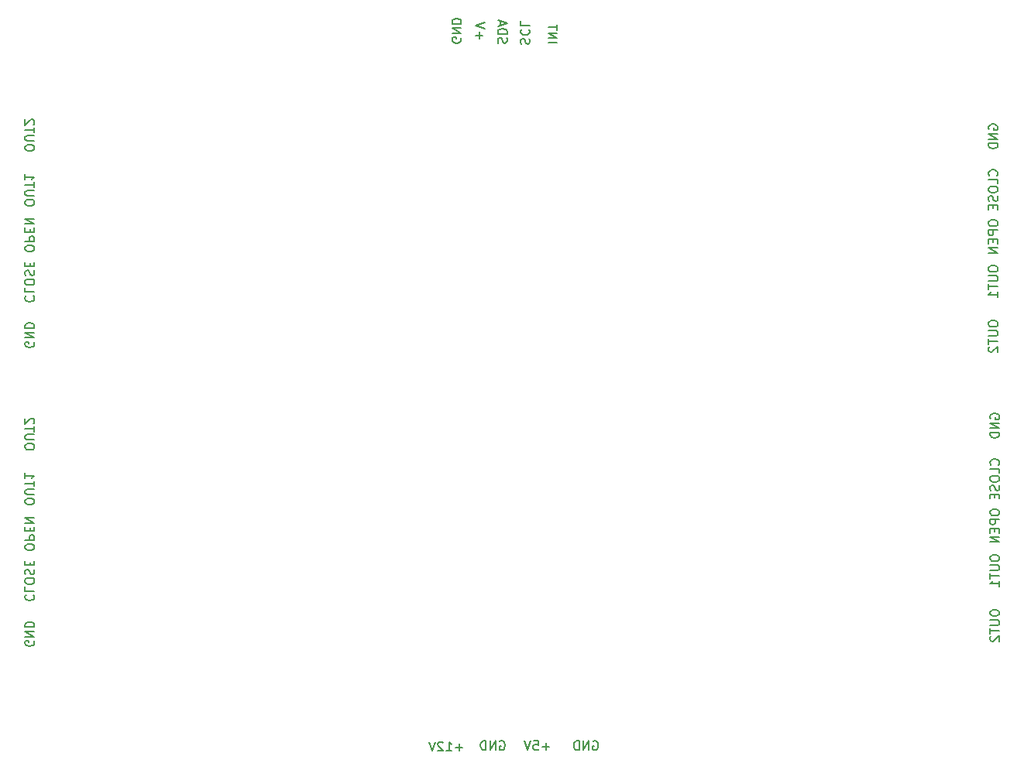
<source format=gbr>
%TF.GenerationSoftware,KiCad,Pcbnew,7.0.5*%
%TF.CreationDate,2023-11-11T15:26:14-08:00*%
%TF.ProjectId,ValveServoI2C,56616c76-6553-4657-9276-6f4932432e6b,rev?*%
%TF.SameCoordinates,Original*%
%TF.FileFunction,Legend,Bot*%
%TF.FilePolarity,Positive*%
%FSLAX46Y46*%
G04 Gerber Fmt 4.6, Leading zero omitted, Abs format (unit mm)*
G04 Created by KiCad (PCBNEW 7.0.5) date 2023-11-11 15:26:14*
%MOMM*%
%LPD*%
G01*
G04 APERTURE LIST*
%ADD10C,0.150000*%
G04 APERTURE END LIST*
D10*
X120039411Y-131317438D02*
X120134649Y-131269819D01*
X120134649Y-131269819D02*
X120277506Y-131269819D01*
X120277506Y-131269819D02*
X120420363Y-131317438D01*
X120420363Y-131317438D02*
X120515601Y-131412676D01*
X120515601Y-131412676D02*
X120563220Y-131507914D01*
X120563220Y-131507914D02*
X120610839Y-131698390D01*
X120610839Y-131698390D02*
X120610839Y-131841247D01*
X120610839Y-131841247D02*
X120563220Y-132031723D01*
X120563220Y-132031723D02*
X120515601Y-132126961D01*
X120515601Y-132126961D02*
X120420363Y-132222200D01*
X120420363Y-132222200D02*
X120277506Y-132269819D01*
X120277506Y-132269819D02*
X120182268Y-132269819D01*
X120182268Y-132269819D02*
X120039411Y-132222200D01*
X120039411Y-132222200D02*
X119991792Y-132174580D01*
X119991792Y-132174580D02*
X119991792Y-131841247D01*
X119991792Y-131841247D02*
X120182268Y-131841247D01*
X119563220Y-132269819D02*
X119563220Y-131269819D01*
X119563220Y-131269819D02*
X118991792Y-132269819D01*
X118991792Y-132269819D02*
X118991792Y-131269819D01*
X118515601Y-132269819D02*
X118515601Y-131269819D01*
X118515601Y-131269819D02*
X118277506Y-131269819D01*
X118277506Y-131269819D02*
X118134649Y-131317438D01*
X118134649Y-131317438D02*
X118039411Y-131412676D01*
X118039411Y-131412676D02*
X117991792Y-131507914D01*
X117991792Y-131507914D02*
X117944173Y-131698390D01*
X117944173Y-131698390D02*
X117944173Y-131841247D01*
X117944173Y-131841247D02*
X117991792Y-132031723D01*
X117991792Y-132031723D02*
X118039411Y-132126961D01*
X118039411Y-132126961D02*
X118134649Y-132222200D01*
X118134649Y-132222200D02*
X118277506Y-132269819D01*
X118277506Y-132269819D02*
X118515601Y-132269819D01*
X105763220Y-131988866D02*
X105001316Y-131988866D01*
X105382268Y-132369819D02*
X105382268Y-131607914D01*
X104001316Y-132369819D02*
X104572744Y-132369819D01*
X104287030Y-132369819D02*
X104287030Y-131369819D01*
X104287030Y-131369819D02*
X104382268Y-131512676D01*
X104382268Y-131512676D02*
X104477506Y-131607914D01*
X104477506Y-131607914D02*
X104572744Y-131655533D01*
X103620363Y-131465057D02*
X103572744Y-131417438D01*
X103572744Y-131417438D02*
X103477506Y-131369819D01*
X103477506Y-131369819D02*
X103239411Y-131369819D01*
X103239411Y-131369819D02*
X103144173Y-131417438D01*
X103144173Y-131417438D02*
X103096554Y-131465057D01*
X103096554Y-131465057D02*
X103048935Y-131560295D01*
X103048935Y-131560295D02*
X103048935Y-131655533D01*
X103048935Y-131655533D02*
X103096554Y-131798390D01*
X103096554Y-131798390D02*
X103667982Y-132369819D01*
X103667982Y-132369819D02*
X103048935Y-132369819D01*
X102763220Y-131369819D02*
X102429887Y-132369819D01*
X102429887Y-132369819D02*
X102096554Y-131369819D01*
X115263220Y-131888866D02*
X114501316Y-131888866D01*
X114882268Y-132269819D02*
X114882268Y-131507914D01*
X113548935Y-131269819D02*
X114025125Y-131269819D01*
X114025125Y-131269819D02*
X114072744Y-131746009D01*
X114072744Y-131746009D02*
X114025125Y-131698390D01*
X114025125Y-131698390D02*
X113929887Y-131650771D01*
X113929887Y-131650771D02*
X113691792Y-131650771D01*
X113691792Y-131650771D02*
X113596554Y-131698390D01*
X113596554Y-131698390D02*
X113548935Y-131746009D01*
X113548935Y-131746009D02*
X113501316Y-131841247D01*
X113501316Y-131841247D02*
X113501316Y-132079342D01*
X113501316Y-132079342D02*
X113548935Y-132174580D01*
X113548935Y-132174580D02*
X113596554Y-132222200D01*
X113596554Y-132222200D02*
X113691792Y-132269819D01*
X113691792Y-132269819D02*
X113929887Y-132269819D01*
X113929887Y-132269819D02*
X114025125Y-132222200D01*
X114025125Y-132222200D02*
X114072744Y-132174580D01*
X113215601Y-131269819D02*
X112882268Y-132269819D01*
X112882268Y-132269819D02*
X112548935Y-131269819D01*
X109839411Y-131317438D02*
X109934649Y-131269819D01*
X109934649Y-131269819D02*
X110077506Y-131269819D01*
X110077506Y-131269819D02*
X110220363Y-131317438D01*
X110220363Y-131317438D02*
X110315601Y-131412676D01*
X110315601Y-131412676D02*
X110363220Y-131507914D01*
X110363220Y-131507914D02*
X110410839Y-131698390D01*
X110410839Y-131698390D02*
X110410839Y-131841247D01*
X110410839Y-131841247D02*
X110363220Y-132031723D01*
X110363220Y-132031723D02*
X110315601Y-132126961D01*
X110315601Y-132126961D02*
X110220363Y-132222200D01*
X110220363Y-132222200D02*
X110077506Y-132269819D01*
X110077506Y-132269819D02*
X109982268Y-132269819D01*
X109982268Y-132269819D02*
X109839411Y-132222200D01*
X109839411Y-132222200D02*
X109791792Y-132174580D01*
X109791792Y-132174580D02*
X109791792Y-131841247D01*
X109791792Y-131841247D02*
X109982268Y-131841247D01*
X109363220Y-132269819D02*
X109363220Y-131269819D01*
X109363220Y-131269819D02*
X108791792Y-132269819D01*
X108791792Y-132269819D02*
X108791792Y-131269819D01*
X108315601Y-132269819D02*
X108315601Y-131269819D01*
X108315601Y-131269819D02*
X108077506Y-131269819D01*
X108077506Y-131269819D02*
X107934649Y-131317438D01*
X107934649Y-131317438D02*
X107839411Y-131412676D01*
X107839411Y-131412676D02*
X107791792Y-131507914D01*
X107791792Y-131507914D02*
X107744173Y-131698390D01*
X107744173Y-131698390D02*
X107744173Y-131841247D01*
X107744173Y-131841247D02*
X107791792Y-132031723D01*
X107791792Y-132031723D02*
X107839411Y-132126961D01*
X107839411Y-132126961D02*
X107934649Y-132222200D01*
X107934649Y-132222200D02*
X108077506Y-132269819D01*
X108077506Y-132269819D02*
X108315601Y-132269819D01*
X163269819Y-74527255D02*
X163269819Y-74717731D01*
X163269819Y-74717731D02*
X163317438Y-74812969D01*
X163317438Y-74812969D02*
X163412676Y-74908207D01*
X163412676Y-74908207D02*
X163603152Y-74955826D01*
X163603152Y-74955826D02*
X163936485Y-74955826D01*
X163936485Y-74955826D02*
X164126961Y-74908207D01*
X164126961Y-74908207D02*
X164222200Y-74812969D01*
X164222200Y-74812969D02*
X164269819Y-74717731D01*
X164269819Y-74717731D02*
X164269819Y-74527255D01*
X164269819Y-74527255D02*
X164222200Y-74432017D01*
X164222200Y-74432017D02*
X164126961Y-74336779D01*
X164126961Y-74336779D02*
X163936485Y-74289160D01*
X163936485Y-74289160D02*
X163603152Y-74289160D01*
X163603152Y-74289160D02*
X163412676Y-74336779D01*
X163412676Y-74336779D02*
X163317438Y-74432017D01*
X163317438Y-74432017D02*
X163269819Y-74527255D01*
X164269819Y-75384398D02*
X163269819Y-75384398D01*
X163269819Y-75384398D02*
X163269819Y-75765350D01*
X163269819Y-75765350D02*
X163317438Y-75860588D01*
X163317438Y-75860588D02*
X163365057Y-75908207D01*
X163365057Y-75908207D02*
X163460295Y-75955826D01*
X163460295Y-75955826D02*
X163603152Y-75955826D01*
X163603152Y-75955826D02*
X163698390Y-75908207D01*
X163698390Y-75908207D02*
X163746009Y-75860588D01*
X163746009Y-75860588D02*
X163793628Y-75765350D01*
X163793628Y-75765350D02*
X163793628Y-75384398D01*
X163746009Y-76384398D02*
X163746009Y-76717731D01*
X164269819Y-76860588D02*
X164269819Y-76384398D01*
X164269819Y-76384398D02*
X163269819Y-76384398D01*
X163269819Y-76384398D02*
X163269819Y-76860588D01*
X164269819Y-77289160D02*
X163269819Y-77289160D01*
X163269819Y-77289160D02*
X164269819Y-77860588D01*
X164269819Y-77860588D02*
X163269819Y-77860588D01*
X163317438Y-64360588D02*
X163269819Y-64265350D01*
X163269819Y-64265350D02*
X163269819Y-64122493D01*
X163269819Y-64122493D02*
X163317438Y-63979636D01*
X163317438Y-63979636D02*
X163412676Y-63884398D01*
X163412676Y-63884398D02*
X163507914Y-63836779D01*
X163507914Y-63836779D02*
X163698390Y-63789160D01*
X163698390Y-63789160D02*
X163841247Y-63789160D01*
X163841247Y-63789160D02*
X164031723Y-63836779D01*
X164031723Y-63836779D02*
X164126961Y-63884398D01*
X164126961Y-63884398D02*
X164222200Y-63979636D01*
X164222200Y-63979636D02*
X164269819Y-64122493D01*
X164269819Y-64122493D02*
X164269819Y-64217731D01*
X164269819Y-64217731D02*
X164222200Y-64360588D01*
X164222200Y-64360588D02*
X164174580Y-64408207D01*
X164174580Y-64408207D02*
X163841247Y-64408207D01*
X163841247Y-64408207D02*
X163841247Y-64217731D01*
X164269819Y-64836779D02*
X163269819Y-64836779D01*
X163269819Y-64836779D02*
X164269819Y-65408207D01*
X164269819Y-65408207D02*
X163269819Y-65408207D01*
X164269819Y-65884398D02*
X163269819Y-65884398D01*
X163269819Y-65884398D02*
X163269819Y-66122493D01*
X163269819Y-66122493D02*
X163317438Y-66265350D01*
X163317438Y-66265350D02*
X163412676Y-66360588D01*
X163412676Y-66360588D02*
X163507914Y-66408207D01*
X163507914Y-66408207D02*
X163698390Y-66455826D01*
X163698390Y-66455826D02*
X163841247Y-66455826D01*
X163841247Y-66455826D02*
X164031723Y-66408207D01*
X164031723Y-66408207D02*
X164126961Y-66360588D01*
X164126961Y-66360588D02*
X164222200Y-66265350D01*
X164222200Y-66265350D02*
X164269819Y-66122493D01*
X164269819Y-66122493D02*
X164269819Y-65884398D01*
X163269819Y-85527255D02*
X163269819Y-85717731D01*
X163269819Y-85717731D02*
X163317438Y-85812969D01*
X163317438Y-85812969D02*
X163412676Y-85908207D01*
X163412676Y-85908207D02*
X163603152Y-85955826D01*
X163603152Y-85955826D02*
X163936485Y-85955826D01*
X163936485Y-85955826D02*
X164126961Y-85908207D01*
X164126961Y-85908207D02*
X164222200Y-85812969D01*
X164222200Y-85812969D02*
X164269819Y-85717731D01*
X164269819Y-85717731D02*
X164269819Y-85527255D01*
X164269819Y-85527255D02*
X164222200Y-85432017D01*
X164222200Y-85432017D02*
X164126961Y-85336779D01*
X164126961Y-85336779D02*
X163936485Y-85289160D01*
X163936485Y-85289160D02*
X163603152Y-85289160D01*
X163603152Y-85289160D02*
X163412676Y-85336779D01*
X163412676Y-85336779D02*
X163317438Y-85432017D01*
X163317438Y-85432017D02*
X163269819Y-85527255D01*
X163269819Y-86384398D02*
X164079342Y-86384398D01*
X164079342Y-86384398D02*
X164174580Y-86432017D01*
X164174580Y-86432017D02*
X164222200Y-86479636D01*
X164222200Y-86479636D02*
X164269819Y-86574874D01*
X164269819Y-86574874D02*
X164269819Y-86765350D01*
X164269819Y-86765350D02*
X164222200Y-86860588D01*
X164222200Y-86860588D02*
X164174580Y-86908207D01*
X164174580Y-86908207D02*
X164079342Y-86955826D01*
X164079342Y-86955826D02*
X163269819Y-86955826D01*
X163269819Y-87289160D02*
X163269819Y-87860588D01*
X164269819Y-87574874D02*
X163269819Y-87574874D01*
X163365057Y-88146303D02*
X163317438Y-88193922D01*
X163317438Y-88193922D02*
X163269819Y-88289160D01*
X163269819Y-88289160D02*
X163269819Y-88527255D01*
X163269819Y-88527255D02*
X163317438Y-88622493D01*
X163317438Y-88622493D02*
X163365057Y-88670112D01*
X163365057Y-88670112D02*
X163460295Y-88717731D01*
X163460295Y-88717731D02*
X163555533Y-88717731D01*
X163555533Y-88717731D02*
X163698390Y-88670112D01*
X163698390Y-88670112D02*
X164269819Y-88098684D01*
X164269819Y-88098684D02*
X164269819Y-88717731D01*
X163269819Y-79527255D02*
X163269819Y-79717731D01*
X163269819Y-79717731D02*
X163317438Y-79812969D01*
X163317438Y-79812969D02*
X163412676Y-79908207D01*
X163412676Y-79908207D02*
X163603152Y-79955826D01*
X163603152Y-79955826D02*
X163936485Y-79955826D01*
X163936485Y-79955826D02*
X164126961Y-79908207D01*
X164126961Y-79908207D02*
X164222200Y-79812969D01*
X164222200Y-79812969D02*
X164269819Y-79717731D01*
X164269819Y-79717731D02*
X164269819Y-79527255D01*
X164269819Y-79527255D02*
X164222200Y-79432017D01*
X164222200Y-79432017D02*
X164126961Y-79336779D01*
X164126961Y-79336779D02*
X163936485Y-79289160D01*
X163936485Y-79289160D02*
X163603152Y-79289160D01*
X163603152Y-79289160D02*
X163412676Y-79336779D01*
X163412676Y-79336779D02*
X163317438Y-79432017D01*
X163317438Y-79432017D02*
X163269819Y-79527255D01*
X163269819Y-80384398D02*
X164079342Y-80384398D01*
X164079342Y-80384398D02*
X164174580Y-80432017D01*
X164174580Y-80432017D02*
X164222200Y-80479636D01*
X164222200Y-80479636D02*
X164269819Y-80574874D01*
X164269819Y-80574874D02*
X164269819Y-80765350D01*
X164269819Y-80765350D02*
X164222200Y-80860588D01*
X164222200Y-80860588D02*
X164174580Y-80908207D01*
X164174580Y-80908207D02*
X164079342Y-80955826D01*
X164079342Y-80955826D02*
X163269819Y-80955826D01*
X163269819Y-81289160D02*
X163269819Y-81860588D01*
X164269819Y-81574874D02*
X163269819Y-81574874D01*
X164269819Y-82717731D02*
X164269819Y-82146303D01*
X164269819Y-82432017D02*
X163269819Y-82432017D01*
X163269819Y-82432017D02*
X163412676Y-82336779D01*
X163412676Y-82336779D02*
X163507914Y-82241541D01*
X163507914Y-82241541D02*
X163555533Y-82146303D01*
X164174580Y-69408207D02*
X164222200Y-69360588D01*
X164222200Y-69360588D02*
X164269819Y-69217731D01*
X164269819Y-69217731D02*
X164269819Y-69122493D01*
X164269819Y-69122493D02*
X164222200Y-68979636D01*
X164222200Y-68979636D02*
X164126961Y-68884398D01*
X164126961Y-68884398D02*
X164031723Y-68836779D01*
X164031723Y-68836779D02*
X163841247Y-68789160D01*
X163841247Y-68789160D02*
X163698390Y-68789160D01*
X163698390Y-68789160D02*
X163507914Y-68836779D01*
X163507914Y-68836779D02*
X163412676Y-68884398D01*
X163412676Y-68884398D02*
X163317438Y-68979636D01*
X163317438Y-68979636D02*
X163269819Y-69122493D01*
X163269819Y-69122493D02*
X163269819Y-69217731D01*
X163269819Y-69217731D02*
X163317438Y-69360588D01*
X163317438Y-69360588D02*
X163365057Y-69408207D01*
X164269819Y-70312969D02*
X164269819Y-69836779D01*
X164269819Y-69836779D02*
X163269819Y-69836779D01*
X163269819Y-70836779D02*
X163269819Y-71027255D01*
X163269819Y-71027255D02*
X163317438Y-71122493D01*
X163317438Y-71122493D02*
X163412676Y-71217731D01*
X163412676Y-71217731D02*
X163603152Y-71265350D01*
X163603152Y-71265350D02*
X163936485Y-71265350D01*
X163936485Y-71265350D02*
X164126961Y-71217731D01*
X164126961Y-71217731D02*
X164222200Y-71122493D01*
X164222200Y-71122493D02*
X164269819Y-71027255D01*
X164269819Y-71027255D02*
X164269819Y-70836779D01*
X164269819Y-70836779D02*
X164222200Y-70741541D01*
X164222200Y-70741541D02*
X164126961Y-70646303D01*
X164126961Y-70646303D02*
X163936485Y-70598684D01*
X163936485Y-70598684D02*
X163603152Y-70598684D01*
X163603152Y-70598684D02*
X163412676Y-70646303D01*
X163412676Y-70646303D02*
X163317438Y-70741541D01*
X163317438Y-70741541D02*
X163269819Y-70836779D01*
X164222200Y-71646303D02*
X164269819Y-71789160D01*
X164269819Y-71789160D02*
X164269819Y-72027255D01*
X164269819Y-72027255D02*
X164222200Y-72122493D01*
X164222200Y-72122493D02*
X164174580Y-72170112D01*
X164174580Y-72170112D02*
X164079342Y-72217731D01*
X164079342Y-72217731D02*
X163984104Y-72217731D01*
X163984104Y-72217731D02*
X163888866Y-72170112D01*
X163888866Y-72170112D02*
X163841247Y-72122493D01*
X163841247Y-72122493D02*
X163793628Y-72027255D01*
X163793628Y-72027255D02*
X163746009Y-71836779D01*
X163746009Y-71836779D02*
X163698390Y-71741541D01*
X163698390Y-71741541D02*
X163650771Y-71693922D01*
X163650771Y-71693922D02*
X163555533Y-71646303D01*
X163555533Y-71646303D02*
X163460295Y-71646303D01*
X163460295Y-71646303D02*
X163365057Y-71693922D01*
X163365057Y-71693922D02*
X163317438Y-71741541D01*
X163317438Y-71741541D02*
X163269819Y-71836779D01*
X163269819Y-71836779D02*
X163269819Y-72074874D01*
X163269819Y-72074874D02*
X163317438Y-72217731D01*
X163746009Y-72646303D02*
X163746009Y-72979636D01*
X164269819Y-73122493D02*
X164269819Y-72646303D01*
X164269819Y-72646303D02*
X163269819Y-72646303D01*
X163269819Y-72646303D02*
X163269819Y-73122493D01*
X164349580Y-101058207D02*
X164397200Y-101010588D01*
X164397200Y-101010588D02*
X164444819Y-100867731D01*
X164444819Y-100867731D02*
X164444819Y-100772493D01*
X164444819Y-100772493D02*
X164397200Y-100629636D01*
X164397200Y-100629636D02*
X164301961Y-100534398D01*
X164301961Y-100534398D02*
X164206723Y-100486779D01*
X164206723Y-100486779D02*
X164016247Y-100439160D01*
X164016247Y-100439160D02*
X163873390Y-100439160D01*
X163873390Y-100439160D02*
X163682914Y-100486779D01*
X163682914Y-100486779D02*
X163587676Y-100534398D01*
X163587676Y-100534398D02*
X163492438Y-100629636D01*
X163492438Y-100629636D02*
X163444819Y-100772493D01*
X163444819Y-100772493D02*
X163444819Y-100867731D01*
X163444819Y-100867731D02*
X163492438Y-101010588D01*
X163492438Y-101010588D02*
X163540057Y-101058207D01*
X164444819Y-101962969D02*
X164444819Y-101486779D01*
X164444819Y-101486779D02*
X163444819Y-101486779D01*
X163444819Y-102486779D02*
X163444819Y-102677255D01*
X163444819Y-102677255D02*
X163492438Y-102772493D01*
X163492438Y-102772493D02*
X163587676Y-102867731D01*
X163587676Y-102867731D02*
X163778152Y-102915350D01*
X163778152Y-102915350D02*
X164111485Y-102915350D01*
X164111485Y-102915350D02*
X164301961Y-102867731D01*
X164301961Y-102867731D02*
X164397200Y-102772493D01*
X164397200Y-102772493D02*
X164444819Y-102677255D01*
X164444819Y-102677255D02*
X164444819Y-102486779D01*
X164444819Y-102486779D02*
X164397200Y-102391541D01*
X164397200Y-102391541D02*
X164301961Y-102296303D01*
X164301961Y-102296303D02*
X164111485Y-102248684D01*
X164111485Y-102248684D02*
X163778152Y-102248684D01*
X163778152Y-102248684D02*
X163587676Y-102296303D01*
X163587676Y-102296303D02*
X163492438Y-102391541D01*
X163492438Y-102391541D02*
X163444819Y-102486779D01*
X164397200Y-103296303D02*
X164444819Y-103439160D01*
X164444819Y-103439160D02*
X164444819Y-103677255D01*
X164444819Y-103677255D02*
X164397200Y-103772493D01*
X164397200Y-103772493D02*
X164349580Y-103820112D01*
X164349580Y-103820112D02*
X164254342Y-103867731D01*
X164254342Y-103867731D02*
X164159104Y-103867731D01*
X164159104Y-103867731D02*
X164063866Y-103820112D01*
X164063866Y-103820112D02*
X164016247Y-103772493D01*
X164016247Y-103772493D02*
X163968628Y-103677255D01*
X163968628Y-103677255D02*
X163921009Y-103486779D01*
X163921009Y-103486779D02*
X163873390Y-103391541D01*
X163873390Y-103391541D02*
X163825771Y-103343922D01*
X163825771Y-103343922D02*
X163730533Y-103296303D01*
X163730533Y-103296303D02*
X163635295Y-103296303D01*
X163635295Y-103296303D02*
X163540057Y-103343922D01*
X163540057Y-103343922D02*
X163492438Y-103391541D01*
X163492438Y-103391541D02*
X163444819Y-103486779D01*
X163444819Y-103486779D02*
X163444819Y-103724874D01*
X163444819Y-103724874D02*
X163492438Y-103867731D01*
X163921009Y-104296303D02*
X163921009Y-104629636D01*
X164444819Y-104772493D02*
X164444819Y-104296303D01*
X164444819Y-104296303D02*
X163444819Y-104296303D01*
X163444819Y-104296303D02*
X163444819Y-104772493D01*
X163444819Y-106177255D02*
X163444819Y-106367731D01*
X163444819Y-106367731D02*
X163492438Y-106462969D01*
X163492438Y-106462969D02*
X163587676Y-106558207D01*
X163587676Y-106558207D02*
X163778152Y-106605826D01*
X163778152Y-106605826D02*
X164111485Y-106605826D01*
X164111485Y-106605826D02*
X164301961Y-106558207D01*
X164301961Y-106558207D02*
X164397200Y-106462969D01*
X164397200Y-106462969D02*
X164444819Y-106367731D01*
X164444819Y-106367731D02*
X164444819Y-106177255D01*
X164444819Y-106177255D02*
X164397200Y-106082017D01*
X164397200Y-106082017D02*
X164301961Y-105986779D01*
X164301961Y-105986779D02*
X164111485Y-105939160D01*
X164111485Y-105939160D02*
X163778152Y-105939160D01*
X163778152Y-105939160D02*
X163587676Y-105986779D01*
X163587676Y-105986779D02*
X163492438Y-106082017D01*
X163492438Y-106082017D02*
X163444819Y-106177255D01*
X164444819Y-107034398D02*
X163444819Y-107034398D01*
X163444819Y-107034398D02*
X163444819Y-107415350D01*
X163444819Y-107415350D02*
X163492438Y-107510588D01*
X163492438Y-107510588D02*
X163540057Y-107558207D01*
X163540057Y-107558207D02*
X163635295Y-107605826D01*
X163635295Y-107605826D02*
X163778152Y-107605826D01*
X163778152Y-107605826D02*
X163873390Y-107558207D01*
X163873390Y-107558207D02*
X163921009Y-107510588D01*
X163921009Y-107510588D02*
X163968628Y-107415350D01*
X163968628Y-107415350D02*
X163968628Y-107034398D01*
X163921009Y-108034398D02*
X163921009Y-108367731D01*
X164444819Y-108510588D02*
X164444819Y-108034398D01*
X164444819Y-108034398D02*
X163444819Y-108034398D01*
X163444819Y-108034398D02*
X163444819Y-108510588D01*
X164444819Y-108939160D02*
X163444819Y-108939160D01*
X163444819Y-108939160D02*
X164444819Y-109510588D01*
X164444819Y-109510588D02*
X163444819Y-109510588D01*
X163444819Y-111177255D02*
X163444819Y-111367731D01*
X163444819Y-111367731D02*
X163492438Y-111462969D01*
X163492438Y-111462969D02*
X163587676Y-111558207D01*
X163587676Y-111558207D02*
X163778152Y-111605826D01*
X163778152Y-111605826D02*
X164111485Y-111605826D01*
X164111485Y-111605826D02*
X164301961Y-111558207D01*
X164301961Y-111558207D02*
X164397200Y-111462969D01*
X164397200Y-111462969D02*
X164444819Y-111367731D01*
X164444819Y-111367731D02*
X164444819Y-111177255D01*
X164444819Y-111177255D02*
X164397200Y-111082017D01*
X164397200Y-111082017D02*
X164301961Y-110986779D01*
X164301961Y-110986779D02*
X164111485Y-110939160D01*
X164111485Y-110939160D02*
X163778152Y-110939160D01*
X163778152Y-110939160D02*
X163587676Y-110986779D01*
X163587676Y-110986779D02*
X163492438Y-111082017D01*
X163492438Y-111082017D02*
X163444819Y-111177255D01*
X163444819Y-112034398D02*
X164254342Y-112034398D01*
X164254342Y-112034398D02*
X164349580Y-112082017D01*
X164349580Y-112082017D02*
X164397200Y-112129636D01*
X164397200Y-112129636D02*
X164444819Y-112224874D01*
X164444819Y-112224874D02*
X164444819Y-112415350D01*
X164444819Y-112415350D02*
X164397200Y-112510588D01*
X164397200Y-112510588D02*
X164349580Y-112558207D01*
X164349580Y-112558207D02*
X164254342Y-112605826D01*
X164254342Y-112605826D02*
X163444819Y-112605826D01*
X163444819Y-112939160D02*
X163444819Y-113510588D01*
X164444819Y-113224874D02*
X163444819Y-113224874D01*
X164444819Y-114367731D02*
X164444819Y-113796303D01*
X164444819Y-114082017D02*
X163444819Y-114082017D01*
X163444819Y-114082017D02*
X163587676Y-113986779D01*
X163587676Y-113986779D02*
X163682914Y-113891541D01*
X163682914Y-113891541D02*
X163730533Y-113796303D01*
X163492438Y-96010588D02*
X163444819Y-95915350D01*
X163444819Y-95915350D02*
X163444819Y-95772493D01*
X163444819Y-95772493D02*
X163492438Y-95629636D01*
X163492438Y-95629636D02*
X163587676Y-95534398D01*
X163587676Y-95534398D02*
X163682914Y-95486779D01*
X163682914Y-95486779D02*
X163873390Y-95439160D01*
X163873390Y-95439160D02*
X164016247Y-95439160D01*
X164016247Y-95439160D02*
X164206723Y-95486779D01*
X164206723Y-95486779D02*
X164301961Y-95534398D01*
X164301961Y-95534398D02*
X164397200Y-95629636D01*
X164397200Y-95629636D02*
X164444819Y-95772493D01*
X164444819Y-95772493D02*
X164444819Y-95867731D01*
X164444819Y-95867731D02*
X164397200Y-96010588D01*
X164397200Y-96010588D02*
X164349580Y-96058207D01*
X164349580Y-96058207D02*
X164016247Y-96058207D01*
X164016247Y-96058207D02*
X164016247Y-95867731D01*
X164444819Y-96486779D02*
X163444819Y-96486779D01*
X163444819Y-96486779D02*
X164444819Y-97058207D01*
X164444819Y-97058207D02*
X163444819Y-97058207D01*
X164444819Y-97534398D02*
X163444819Y-97534398D01*
X163444819Y-97534398D02*
X163444819Y-97772493D01*
X163444819Y-97772493D02*
X163492438Y-97915350D01*
X163492438Y-97915350D02*
X163587676Y-98010588D01*
X163587676Y-98010588D02*
X163682914Y-98058207D01*
X163682914Y-98058207D02*
X163873390Y-98105826D01*
X163873390Y-98105826D02*
X164016247Y-98105826D01*
X164016247Y-98105826D02*
X164206723Y-98058207D01*
X164206723Y-98058207D02*
X164301961Y-98010588D01*
X164301961Y-98010588D02*
X164397200Y-97915350D01*
X164397200Y-97915350D02*
X164444819Y-97772493D01*
X164444819Y-97772493D02*
X164444819Y-97534398D01*
X163444819Y-117177255D02*
X163444819Y-117367731D01*
X163444819Y-117367731D02*
X163492438Y-117462969D01*
X163492438Y-117462969D02*
X163587676Y-117558207D01*
X163587676Y-117558207D02*
X163778152Y-117605826D01*
X163778152Y-117605826D02*
X164111485Y-117605826D01*
X164111485Y-117605826D02*
X164301961Y-117558207D01*
X164301961Y-117558207D02*
X164397200Y-117462969D01*
X164397200Y-117462969D02*
X164444819Y-117367731D01*
X164444819Y-117367731D02*
X164444819Y-117177255D01*
X164444819Y-117177255D02*
X164397200Y-117082017D01*
X164397200Y-117082017D02*
X164301961Y-116986779D01*
X164301961Y-116986779D02*
X164111485Y-116939160D01*
X164111485Y-116939160D02*
X163778152Y-116939160D01*
X163778152Y-116939160D02*
X163587676Y-116986779D01*
X163587676Y-116986779D02*
X163492438Y-117082017D01*
X163492438Y-117082017D02*
X163444819Y-117177255D01*
X163444819Y-118034398D02*
X164254342Y-118034398D01*
X164254342Y-118034398D02*
X164349580Y-118082017D01*
X164349580Y-118082017D02*
X164397200Y-118129636D01*
X164397200Y-118129636D02*
X164444819Y-118224874D01*
X164444819Y-118224874D02*
X164444819Y-118415350D01*
X164444819Y-118415350D02*
X164397200Y-118510588D01*
X164397200Y-118510588D02*
X164349580Y-118558207D01*
X164349580Y-118558207D02*
X164254342Y-118605826D01*
X164254342Y-118605826D02*
X163444819Y-118605826D01*
X163444819Y-118939160D02*
X163444819Y-119510588D01*
X164444819Y-119224874D02*
X163444819Y-119224874D01*
X163540057Y-119796303D02*
X163492438Y-119843922D01*
X163492438Y-119843922D02*
X163444819Y-119939160D01*
X163444819Y-119939160D02*
X163444819Y-120177255D01*
X163444819Y-120177255D02*
X163492438Y-120272493D01*
X163492438Y-120272493D02*
X163540057Y-120320112D01*
X163540057Y-120320112D02*
X163635295Y-120367731D01*
X163635295Y-120367731D02*
X163730533Y-120367731D01*
X163730533Y-120367731D02*
X163873390Y-120320112D01*
X163873390Y-120320112D02*
X164444819Y-119748684D01*
X164444819Y-119748684D02*
X164444819Y-120367731D01*
X58955180Y-105172744D02*
X58955180Y-104982268D01*
X58955180Y-104982268D02*
X58907561Y-104887030D01*
X58907561Y-104887030D02*
X58812323Y-104791792D01*
X58812323Y-104791792D02*
X58621847Y-104744173D01*
X58621847Y-104744173D02*
X58288514Y-104744173D01*
X58288514Y-104744173D02*
X58098038Y-104791792D01*
X58098038Y-104791792D02*
X58002800Y-104887030D01*
X58002800Y-104887030D02*
X57955180Y-104982268D01*
X57955180Y-104982268D02*
X57955180Y-105172744D01*
X57955180Y-105172744D02*
X58002800Y-105267982D01*
X58002800Y-105267982D02*
X58098038Y-105363220D01*
X58098038Y-105363220D02*
X58288514Y-105410839D01*
X58288514Y-105410839D02*
X58621847Y-105410839D01*
X58621847Y-105410839D02*
X58812323Y-105363220D01*
X58812323Y-105363220D02*
X58907561Y-105267982D01*
X58907561Y-105267982D02*
X58955180Y-105172744D01*
X58955180Y-104315601D02*
X58145657Y-104315601D01*
X58145657Y-104315601D02*
X58050419Y-104267982D01*
X58050419Y-104267982D02*
X58002800Y-104220363D01*
X58002800Y-104220363D02*
X57955180Y-104125125D01*
X57955180Y-104125125D02*
X57955180Y-103934649D01*
X57955180Y-103934649D02*
X58002800Y-103839411D01*
X58002800Y-103839411D02*
X58050419Y-103791792D01*
X58050419Y-103791792D02*
X58145657Y-103744173D01*
X58145657Y-103744173D02*
X58955180Y-103744173D01*
X58955180Y-103410839D02*
X58955180Y-102839411D01*
X57955180Y-103125125D02*
X58955180Y-103125125D01*
X57955180Y-101982268D02*
X57955180Y-102553696D01*
X57955180Y-102267982D02*
X58955180Y-102267982D01*
X58955180Y-102267982D02*
X58812323Y-102363220D01*
X58812323Y-102363220D02*
X58717085Y-102458458D01*
X58717085Y-102458458D02*
X58669466Y-102553696D01*
X58050419Y-115291792D02*
X58002800Y-115339411D01*
X58002800Y-115339411D02*
X57955180Y-115482268D01*
X57955180Y-115482268D02*
X57955180Y-115577506D01*
X57955180Y-115577506D02*
X58002800Y-115720363D01*
X58002800Y-115720363D02*
X58098038Y-115815601D01*
X58098038Y-115815601D02*
X58193276Y-115863220D01*
X58193276Y-115863220D02*
X58383752Y-115910839D01*
X58383752Y-115910839D02*
X58526609Y-115910839D01*
X58526609Y-115910839D02*
X58717085Y-115863220D01*
X58717085Y-115863220D02*
X58812323Y-115815601D01*
X58812323Y-115815601D02*
X58907561Y-115720363D01*
X58907561Y-115720363D02*
X58955180Y-115577506D01*
X58955180Y-115577506D02*
X58955180Y-115482268D01*
X58955180Y-115482268D02*
X58907561Y-115339411D01*
X58907561Y-115339411D02*
X58859942Y-115291792D01*
X57955180Y-114387030D02*
X57955180Y-114863220D01*
X57955180Y-114863220D02*
X58955180Y-114863220D01*
X58955180Y-113863220D02*
X58955180Y-113672744D01*
X58955180Y-113672744D02*
X58907561Y-113577506D01*
X58907561Y-113577506D02*
X58812323Y-113482268D01*
X58812323Y-113482268D02*
X58621847Y-113434649D01*
X58621847Y-113434649D02*
X58288514Y-113434649D01*
X58288514Y-113434649D02*
X58098038Y-113482268D01*
X58098038Y-113482268D02*
X58002800Y-113577506D01*
X58002800Y-113577506D02*
X57955180Y-113672744D01*
X57955180Y-113672744D02*
X57955180Y-113863220D01*
X57955180Y-113863220D02*
X58002800Y-113958458D01*
X58002800Y-113958458D02*
X58098038Y-114053696D01*
X58098038Y-114053696D02*
X58288514Y-114101315D01*
X58288514Y-114101315D02*
X58621847Y-114101315D01*
X58621847Y-114101315D02*
X58812323Y-114053696D01*
X58812323Y-114053696D02*
X58907561Y-113958458D01*
X58907561Y-113958458D02*
X58955180Y-113863220D01*
X58002800Y-113053696D02*
X57955180Y-112910839D01*
X57955180Y-112910839D02*
X57955180Y-112672744D01*
X57955180Y-112672744D02*
X58002800Y-112577506D01*
X58002800Y-112577506D02*
X58050419Y-112529887D01*
X58050419Y-112529887D02*
X58145657Y-112482268D01*
X58145657Y-112482268D02*
X58240895Y-112482268D01*
X58240895Y-112482268D02*
X58336133Y-112529887D01*
X58336133Y-112529887D02*
X58383752Y-112577506D01*
X58383752Y-112577506D02*
X58431371Y-112672744D01*
X58431371Y-112672744D02*
X58478990Y-112863220D01*
X58478990Y-112863220D02*
X58526609Y-112958458D01*
X58526609Y-112958458D02*
X58574228Y-113006077D01*
X58574228Y-113006077D02*
X58669466Y-113053696D01*
X58669466Y-113053696D02*
X58764704Y-113053696D01*
X58764704Y-113053696D02*
X58859942Y-113006077D01*
X58859942Y-113006077D02*
X58907561Y-112958458D01*
X58907561Y-112958458D02*
X58955180Y-112863220D01*
X58955180Y-112863220D02*
X58955180Y-112625125D01*
X58955180Y-112625125D02*
X58907561Y-112482268D01*
X58478990Y-112053696D02*
X58478990Y-111720363D01*
X57955180Y-111577506D02*
X57955180Y-112053696D01*
X57955180Y-112053696D02*
X58955180Y-112053696D01*
X58955180Y-112053696D02*
X58955180Y-111577506D01*
X58955180Y-110172744D02*
X58955180Y-109982268D01*
X58955180Y-109982268D02*
X58907561Y-109887030D01*
X58907561Y-109887030D02*
X58812323Y-109791792D01*
X58812323Y-109791792D02*
X58621847Y-109744173D01*
X58621847Y-109744173D02*
X58288514Y-109744173D01*
X58288514Y-109744173D02*
X58098038Y-109791792D01*
X58098038Y-109791792D02*
X58002800Y-109887030D01*
X58002800Y-109887030D02*
X57955180Y-109982268D01*
X57955180Y-109982268D02*
X57955180Y-110172744D01*
X57955180Y-110172744D02*
X58002800Y-110267982D01*
X58002800Y-110267982D02*
X58098038Y-110363220D01*
X58098038Y-110363220D02*
X58288514Y-110410839D01*
X58288514Y-110410839D02*
X58621847Y-110410839D01*
X58621847Y-110410839D02*
X58812323Y-110363220D01*
X58812323Y-110363220D02*
X58907561Y-110267982D01*
X58907561Y-110267982D02*
X58955180Y-110172744D01*
X57955180Y-109315601D02*
X58955180Y-109315601D01*
X58955180Y-109315601D02*
X58955180Y-108934649D01*
X58955180Y-108934649D02*
X58907561Y-108839411D01*
X58907561Y-108839411D02*
X58859942Y-108791792D01*
X58859942Y-108791792D02*
X58764704Y-108744173D01*
X58764704Y-108744173D02*
X58621847Y-108744173D01*
X58621847Y-108744173D02*
X58526609Y-108791792D01*
X58526609Y-108791792D02*
X58478990Y-108839411D01*
X58478990Y-108839411D02*
X58431371Y-108934649D01*
X58431371Y-108934649D02*
X58431371Y-109315601D01*
X58478990Y-108315601D02*
X58478990Y-107982268D01*
X57955180Y-107839411D02*
X57955180Y-108315601D01*
X57955180Y-108315601D02*
X58955180Y-108315601D01*
X58955180Y-108315601D02*
X58955180Y-107839411D01*
X57955180Y-107410839D02*
X58955180Y-107410839D01*
X58955180Y-107410839D02*
X57955180Y-106839411D01*
X57955180Y-106839411D02*
X58955180Y-106839411D01*
X58955180Y-99172744D02*
X58955180Y-98982268D01*
X58955180Y-98982268D02*
X58907561Y-98887030D01*
X58907561Y-98887030D02*
X58812323Y-98791792D01*
X58812323Y-98791792D02*
X58621847Y-98744173D01*
X58621847Y-98744173D02*
X58288514Y-98744173D01*
X58288514Y-98744173D02*
X58098038Y-98791792D01*
X58098038Y-98791792D02*
X58002800Y-98887030D01*
X58002800Y-98887030D02*
X57955180Y-98982268D01*
X57955180Y-98982268D02*
X57955180Y-99172744D01*
X57955180Y-99172744D02*
X58002800Y-99267982D01*
X58002800Y-99267982D02*
X58098038Y-99363220D01*
X58098038Y-99363220D02*
X58288514Y-99410839D01*
X58288514Y-99410839D02*
X58621847Y-99410839D01*
X58621847Y-99410839D02*
X58812323Y-99363220D01*
X58812323Y-99363220D02*
X58907561Y-99267982D01*
X58907561Y-99267982D02*
X58955180Y-99172744D01*
X58955180Y-98315601D02*
X58145657Y-98315601D01*
X58145657Y-98315601D02*
X58050419Y-98267982D01*
X58050419Y-98267982D02*
X58002800Y-98220363D01*
X58002800Y-98220363D02*
X57955180Y-98125125D01*
X57955180Y-98125125D02*
X57955180Y-97934649D01*
X57955180Y-97934649D02*
X58002800Y-97839411D01*
X58002800Y-97839411D02*
X58050419Y-97791792D01*
X58050419Y-97791792D02*
X58145657Y-97744173D01*
X58145657Y-97744173D02*
X58955180Y-97744173D01*
X58955180Y-97410839D02*
X58955180Y-96839411D01*
X57955180Y-97125125D02*
X58955180Y-97125125D01*
X58859942Y-96553696D02*
X58907561Y-96506077D01*
X58907561Y-96506077D02*
X58955180Y-96410839D01*
X58955180Y-96410839D02*
X58955180Y-96172744D01*
X58955180Y-96172744D02*
X58907561Y-96077506D01*
X58907561Y-96077506D02*
X58859942Y-96029887D01*
X58859942Y-96029887D02*
X58764704Y-95982268D01*
X58764704Y-95982268D02*
X58669466Y-95982268D01*
X58669466Y-95982268D02*
X58526609Y-96029887D01*
X58526609Y-96029887D02*
X57955180Y-96601315D01*
X57955180Y-96601315D02*
X57955180Y-95982268D01*
X58907561Y-120339411D02*
X58955180Y-120434649D01*
X58955180Y-120434649D02*
X58955180Y-120577506D01*
X58955180Y-120577506D02*
X58907561Y-120720363D01*
X58907561Y-120720363D02*
X58812323Y-120815601D01*
X58812323Y-120815601D02*
X58717085Y-120863220D01*
X58717085Y-120863220D02*
X58526609Y-120910839D01*
X58526609Y-120910839D02*
X58383752Y-120910839D01*
X58383752Y-120910839D02*
X58193276Y-120863220D01*
X58193276Y-120863220D02*
X58098038Y-120815601D01*
X58098038Y-120815601D02*
X58002800Y-120720363D01*
X58002800Y-120720363D02*
X57955180Y-120577506D01*
X57955180Y-120577506D02*
X57955180Y-120482268D01*
X57955180Y-120482268D02*
X58002800Y-120339411D01*
X58002800Y-120339411D02*
X58050419Y-120291792D01*
X58050419Y-120291792D02*
X58383752Y-120291792D01*
X58383752Y-120291792D02*
X58383752Y-120482268D01*
X57955180Y-119863220D02*
X58955180Y-119863220D01*
X58955180Y-119863220D02*
X57955180Y-119291792D01*
X57955180Y-119291792D02*
X58955180Y-119291792D01*
X57955180Y-118815601D02*
X58955180Y-118815601D01*
X58955180Y-118815601D02*
X58955180Y-118577506D01*
X58955180Y-118577506D02*
X58907561Y-118434649D01*
X58907561Y-118434649D02*
X58812323Y-118339411D01*
X58812323Y-118339411D02*
X58717085Y-118291792D01*
X58717085Y-118291792D02*
X58526609Y-118244173D01*
X58526609Y-118244173D02*
X58383752Y-118244173D01*
X58383752Y-118244173D02*
X58193276Y-118291792D01*
X58193276Y-118291792D02*
X58098038Y-118339411D01*
X58098038Y-118339411D02*
X58002800Y-118434649D01*
X58002800Y-118434649D02*
X57955180Y-118577506D01*
X57955180Y-118577506D02*
X57955180Y-118815601D01*
X58955180Y-72472744D02*
X58955180Y-72282268D01*
X58955180Y-72282268D02*
X58907561Y-72187030D01*
X58907561Y-72187030D02*
X58812323Y-72091792D01*
X58812323Y-72091792D02*
X58621847Y-72044173D01*
X58621847Y-72044173D02*
X58288514Y-72044173D01*
X58288514Y-72044173D02*
X58098038Y-72091792D01*
X58098038Y-72091792D02*
X58002800Y-72187030D01*
X58002800Y-72187030D02*
X57955180Y-72282268D01*
X57955180Y-72282268D02*
X57955180Y-72472744D01*
X57955180Y-72472744D02*
X58002800Y-72567982D01*
X58002800Y-72567982D02*
X58098038Y-72663220D01*
X58098038Y-72663220D02*
X58288514Y-72710839D01*
X58288514Y-72710839D02*
X58621847Y-72710839D01*
X58621847Y-72710839D02*
X58812323Y-72663220D01*
X58812323Y-72663220D02*
X58907561Y-72567982D01*
X58907561Y-72567982D02*
X58955180Y-72472744D01*
X58955180Y-71615601D02*
X58145657Y-71615601D01*
X58145657Y-71615601D02*
X58050419Y-71567982D01*
X58050419Y-71567982D02*
X58002800Y-71520363D01*
X58002800Y-71520363D02*
X57955180Y-71425125D01*
X57955180Y-71425125D02*
X57955180Y-71234649D01*
X57955180Y-71234649D02*
X58002800Y-71139411D01*
X58002800Y-71139411D02*
X58050419Y-71091792D01*
X58050419Y-71091792D02*
X58145657Y-71044173D01*
X58145657Y-71044173D02*
X58955180Y-71044173D01*
X58955180Y-70710839D02*
X58955180Y-70139411D01*
X57955180Y-70425125D02*
X58955180Y-70425125D01*
X57955180Y-69282268D02*
X57955180Y-69853696D01*
X57955180Y-69567982D02*
X58955180Y-69567982D01*
X58955180Y-69567982D02*
X58812323Y-69663220D01*
X58812323Y-69663220D02*
X58717085Y-69758458D01*
X58717085Y-69758458D02*
X58669466Y-69853696D01*
X58050419Y-82591792D02*
X58002800Y-82639411D01*
X58002800Y-82639411D02*
X57955180Y-82782268D01*
X57955180Y-82782268D02*
X57955180Y-82877506D01*
X57955180Y-82877506D02*
X58002800Y-83020363D01*
X58002800Y-83020363D02*
X58098038Y-83115601D01*
X58098038Y-83115601D02*
X58193276Y-83163220D01*
X58193276Y-83163220D02*
X58383752Y-83210839D01*
X58383752Y-83210839D02*
X58526609Y-83210839D01*
X58526609Y-83210839D02*
X58717085Y-83163220D01*
X58717085Y-83163220D02*
X58812323Y-83115601D01*
X58812323Y-83115601D02*
X58907561Y-83020363D01*
X58907561Y-83020363D02*
X58955180Y-82877506D01*
X58955180Y-82877506D02*
X58955180Y-82782268D01*
X58955180Y-82782268D02*
X58907561Y-82639411D01*
X58907561Y-82639411D02*
X58859942Y-82591792D01*
X57955180Y-81687030D02*
X57955180Y-82163220D01*
X57955180Y-82163220D02*
X58955180Y-82163220D01*
X58955180Y-81163220D02*
X58955180Y-80972744D01*
X58955180Y-80972744D02*
X58907561Y-80877506D01*
X58907561Y-80877506D02*
X58812323Y-80782268D01*
X58812323Y-80782268D02*
X58621847Y-80734649D01*
X58621847Y-80734649D02*
X58288514Y-80734649D01*
X58288514Y-80734649D02*
X58098038Y-80782268D01*
X58098038Y-80782268D02*
X58002800Y-80877506D01*
X58002800Y-80877506D02*
X57955180Y-80972744D01*
X57955180Y-80972744D02*
X57955180Y-81163220D01*
X57955180Y-81163220D02*
X58002800Y-81258458D01*
X58002800Y-81258458D02*
X58098038Y-81353696D01*
X58098038Y-81353696D02*
X58288514Y-81401315D01*
X58288514Y-81401315D02*
X58621847Y-81401315D01*
X58621847Y-81401315D02*
X58812323Y-81353696D01*
X58812323Y-81353696D02*
X58907561Y-81258458D01*
X58907561Y-81258458D02*
X58955180Y-81163220D01*
X58002800Y-80353696D02*
X57955180Y-80210839D01*
X57955180Y-80210839D02*
X57955180Y-79972744D01*
X57955180Y-79972744D02*
X58002800Y-79877506D01*
X58002800Y-79877506D02*
X58050419Y-79829887D01*
X58050419Y-79829887D02*
X58145657Y-79782268D01*
X58145657Y-79782268D02*
X58240895Y-79782268D01*
X58240895Y-79782268D02*
X58336133Y-79829887D01*
X58336133Y-79829887D02*
X58383752Y-79877506D01*
X58383752Y-79877506D02*
X58431371Y-79972744D01*
X58431371Y-79972744D02*
X58478990Y-80163220D01*
X58478990Y-80163220D02*
X58526609Y-80258458D01*
X58526609Y-80258458D02*
X58574228Y-80306077D01*
X58574228Y-80306077D02*
X58669466Y-80353696D01*
X58669466Y-80353696D02*
X58764704Y-80353696D01*
X58764704Y-80353696D02*
X58859942Y-80306077D01*
X58859942Y-80306077D02*
X58907561Y-80258458D01*
X58907561Y-80258458D02*
X58955180Y-80163220D01*
X58955180Y-80163220D02*
X58955180Y-79925125D01*
X58955180Y-79925125D02*
X58907561Y-79782268D01*
X58478990Y-79353696D02*
X58478990Y-79020363D01*
X57955180Y-78877506D02*
X57955180Y-79353696D01*
X57955180Y-79353696D02*
X58955180Y-79353696D01*
X58955180Y-79353696D02*
X58955180Y-78877506D01*
X58955180Y-77472744D02*
X58955180Y-77282268D01*
X58955180Y-77282268D02*
X58907561Y-77187030D01*
X58907561Y-77187030D02*
X58812323Y-77091792D01*
X58812323Y-77091792D02*
X58621847Y-77044173D01*
X58621847Y-77044173D02*
X58288514Y-77044173D01*
X58288514Y-77044173D02*
X58098038Y-77091792D01*
X58098038Y-77091792D02*
X58002800Y-77187030D01*
X58002800Y-77187030D02*
X57955180Y-77282268D01*
X57955180Y-77282268D02*
X57955180Y-77472744D01*
X57955180Y-77472744D02*
X58002800Y-77567982D01*
X58002800Y-77567982D02*
X58098038Y-77663220D01*
X58098038Y-77663220D02*
X58288514Y-77710839D01*
X58288514Y-77710839D02*
X58621847Y-77710839D01*
X58621847Y-77710839D02*
X58812323Y-77663220D01*
X58812323Y-77663220D02*
X58907561Y-77567982D01*
X58907561Y-77567982D02*
X58955180Y-77472744D01*
X57955180Y-76615601D02*
X58955180Y-76615601D01*
X58955180Y-76615601D02*
X58955180Y-76234649D01*
X58955180Y-76234649D02*
X58907561Y-76139411D01*
X58907561Y-76139411D02*
X58859942Y-76091792D01*
X58859942Y-76091792D02*
X58764704Y-76044173D01*
X58764704Y-76044173D02*
X58621847Y-76044173D01*
X58621847Y-76044173D02*
X58526609Y-76091792D01*
X58526609Y-76091792D02*
X58478990Y-76139411D01*
X58478990Y-76139411D02*
X58431371Y-76234649D01*
X58431371Y-76234649D02*
X58431371Y-76615601D01*
X58478990Y-75615601D02*
X58478990Y-75282268D01*
X57955180Y-75139411D02*
X57955180Y-75615601D01*
X57955180Y-75615601D02*
X58955180Y-75615601D01*
X58955180Y-75615601D02*
X58955180Y-75139411D01*
X57955180Y-74710839D02*
X58955180Y-74710839D01*
X58955180Y-74710839D02*
X57955180Y-74139411D01*
X57955180Y-74139411D02*
X58955180Y-74139411D01*
X58955180Y-66472744D02*
X58955180Y-66282268D01*
X58955180Y-66282268D02*
X58907561Y-66187030D01*
X58907561Y-66187030D02*
X58812323Y-66091792D01*
X58812323Y-66091792D02*
X58621847Y-66044173D01*
X58621847Y-66044173D02*
X58288514Y-66044173D01*
X58288514Y-66044173D02*
X58098038Y-66091792D01*
X58098038Y-66091792D02*
X58002800Y-66187030D01*
X58002800Y-66187030D02*
X57955180Y-66282268D01*
X57955180Y-66282268D02*
X57955180Y-66472744D01*
X57955180Y-66472744D02*
X58002800Y-66567982D01*
X58002800Y-66567982D02*
X58098038Y-66663220D01*
X58098038Y-66663220D02*
X58288514Y-66710839D01*
X58288514Y-66710839D02*
X58621847Y-66710839D01*
X58621847Y-66710839D02*
X58812323Y-66663220D01*
X58812323Y-66663220D02*
X58907561Y-66567982D01*
X58907561Y-66567982D02*
X58955180Y-66472744D01*
X58955180Y-65615601D02*
X58145657Y-65615601D01*
X58145657Y-65615601D02*
X58050419Y-65567982D01*
X58050419Y-65567982D02*
X58002800Y-65520363D01*
X58002800Y-65520363D02*
X57955180Y-65425125D01*
X57955180Y-65425125D02*
X57955180Y-65234649D01*
X57955180Y-65234649D02*
X58002800Y-65139411D01*
X58002800Y-65139411D02*
X58050419Y-65091792D01*
X58050419Y-65091792D02*
X58145657Y-65044173D01*
X58145657Y-65044173D02*
X58955180Y-65044173D01*
X58955180Y-64710839D02*
X58955180Y-64139411D01*
X57955180Y-64425125D02*
X58955180Y-64425125D01*
X58859942Y-63853696D02*
X58907561Y-63806077D01*
X58907561Y-63806077D02*
X58955180Y-63710839D01*
X58955180Y-63710839D02*
X58955180Y-63472744D01*
X58955180Y-63472744D02*
X58907561Y-63377506D01*
X58907561Y-63377506D02*
X58859942Y-63329887D01*
X58859942Y-63329887D02*
X58764704Y-63282268D01*
X58764704Y-63282268D02*
X58669466Y-63282268D01*
X58669466Y-63282268D02*
X58526609Y-63329887D01*
X58526609Y-63329887D02*
X57955180Y-63901315D01*
X57955180Y-63901315D02*
X57955180Y-63282268D01*
X58907561Y-87639411D02*
X58955180Y-87734649D01*
X58955180Y-87734649D02*
X58955180Y-87877506D01*
X58955180Y-87877506D02*
X58907561Y-88020363D01*
X58907561Y-88020363D02*
X58812323Y-88115601D01*
X58812323Y-88115601D02*
X58717085Y-88163220D01*
X58717085Y-88163220D02*
X58526609Y-88210839D01*
X58526609Y-88210839D02*
X58383752Y-88210839D01*
X58383752Y-88210839D02*
X58193276Y-88163220D01*
X58193276Y-88163220D02*
X58098038Y-88115601D01*
X58098038Y-88115601D02*
X58002800Y-88020363D01*
X58002800Y-88020363D02*
X57955180Y-87877506D01*
X57955180Y-87877506D02*
X57955180Y-87782268D01*
X57955180Y-87782268D02*
X58002800Y-87639411D01*
X58002800Y-87639411D02*
X58050419Y-87591792D01*
X58050419Y-87591792D02*
X58383752Y-87591792D01*
X58383752Y-87591792D02*
X58383752Y-87782268D01*
X57955180Y-87163220D02*
X58955180Y-87163220D01*
X58955180Y-87163220D02*
X57955180Y-86591792D01*
X57955180Y-86591792D02*
X58955180Y-86591792D01*
X57955180Y-86115601D02*
X58955180Y-86115601D01*
X58955180Y-86115601D02*
X58955180Y-85877506D01*
X58955180Y-85877506D02*
X58907561Y-85734649D01*
X58907561Y-85734649D02*
X58812323Y-85639411D01*
X58812323Y-85639411D02*
X58717085Y-85591792D01*
X58717085Y-85591792D02*
X58526609Y-85544173D01*
X58526609Y-85544173D02*
X58383752Y-85544173D01*
X58383752Y-85544173D02*
X58193276Y-85591792D01*
X58193276Y-85591792D02*
X58098038Y-85639411D01*
X58098038Y-85639411D02*
X58002800Y-85734649D01*
X58002800Y-85734649D02*
X57955180Y-85877506D01*
X57955180Y-85877506D02*
X57955180Y-86115601D01*
X107611133Y-54463220D02*
X107611133Y-53701316D01*
X107230180Y-54082268D02*
X107992085Y-54082268D01*
X108230180Y-53367982D02*
X107230180Y-53034649D01*
X107230180Y-53034649D02*
X108230180Y-52701316D01*
X112177800Y-55010839D02*
X112130180Y-54867982D01*
X112130180Y-54867982D02*
X112130180Y-54629887D01*
X112130180Y-54629887D02*
X112177800Y-54534649D01*
X112177800Y-54534649D02*
X112225419Y-54487030D01*
X112225419Y-54487030D02*
X112320657Y-54439411D01*
X112320657Y-54439411D02*
X112415895Y-54439411D01*
X112415895Y-54439411D02*
X112511133Y-54487030D01*
X112511133Y-54487030D02*
X112558752Y-54534649D01*
X112558752Y-54534649D02*
X112606371Y-54629887D01*
X112606371Y-54629887D02*
X112653990Y-54820363D01*
X112653990Y-54820363D02*
X112701609Y-54915601D01*
X112701609Y-54915601D02*
X112749228Y-54963220D01*
X112749228Y-54963220D02*
X112844466Y-55010839D01*
X112844466Y-55010839D02*
X112939704Y-55010839D01*
X112939704Y-55010839D02*
X113034942Y-54963220D01*
X113034942Y-54963220D02*
X113082561Y-54915601D01*
X113082561Y-54915601D02*
X113130180Y-54820363D01*
X113130180Y-54820363D02*
X113130180Y-54582268D01*
X113130180Y-54582268D02*
X113082561Y-54439411D01*
X112225419Y-53439411D02*
X112177800Y-53487030D01*
X112177800Y-53487030D02*
X112130180Y-53629887D01*
X112130180Y-53629887D02*
X112130180Y-53725125D01*
X112130180Y-53725125D02*
X112177800Y-53867982D01*
X112177800Y-53867982D02*
X112273038Y-53963220D01*
X112273038Y-53963220D02*
X112368276Y-54010839D01*
X112368276Y-54010839D02*
X112558752Y-54058458D01*
X112558752Y-54058458D02*
X112701609Y-54058458D01*
X112701609Y-54058458D02*
X112892085Y-54010839D01*
X112892085Y-54010839D02*
X112987323Y-53963220D01*
X112987323Y-53963220D02*
X113082561Y-53867982D01*
X113082561Y-53867982D02*
X113130180Y-53725125D01*
X113130180Y-53725125D02*
X113130180Y-53629887D01*
X113130180Y-53629887D02*
X113082561Y-53487030D01*
X113082561Y-53487030D02*
X113034942Y-53439411D01*
X112130180Y-52534649D02*
X112130180Y-53010839D01*
X112130180Y-53010839D02*
X113130180Y-53010839D01*
X115130180Y-54863220D02*
X116130180Y-54863220D01*
X115130180Y-54387030D02*
X116130180Y-54387030D01*
X116130180Y-54387030D02*
X115130180Y-53815602D01*
X115130180Y-53815602D02*
X116130180Y-53815602D01*
X116130180Y-53482268D02*
X116130180Y-52910840D01*
X115130180Y-53196554D02*
X116130180Y-53196554D01*
X109677800Y-54910839D02*
X109630180Y-54767982D01*
X109630180Y-54767982D02*
X109630180Y-54529887D01*
X109630180Y-54529887D02*
X109677800Y-54434649D01*
X109677800Y-54434649D02*
X109725419Y-54387030D01*
X109725419Y-54387030D02*
X109820657Y-54339411D01*
X109820657Y-54339411D02*
X109915895Y-54339411D01*
X109915895Y-54339411D02*
X110011133Y-54387030D01*
X110011133Y-54387030D02*
X110058752Y-54434649D01*
X110058752Y-54434649D02*
X110106371Y-54529887D01*
X110106371Y-54529887D02*
X110153990Y-54720363D01*
X110153990Y-54720363D02*
X110201609Y-54815601D01*
X110201609Y-54815601D02*
X110249228Y-54863220D01*
X110249228Y-54863220D02*
X110344466Y-54910839D01*
X110344466Y-54910839D02*
X110439704Y-54910839D01*
X110439704Y-54910839D02*
X110534942Y-54863220D01*
X110534942Y-54863220D02*
X110582561Y-54815601D01*
X110582561Y-54815601D02*
X110630180Y-54720363D01*
X110630180Y-54720363D02*
X110630180Y-54482268D01*
X110630180Y-54482268D02*
X110582561Y-54339411D01*
X109630180Y-53910839D02*
X110630180Y-53910839D01*
X110630180Y-53910839D02*
X110630180Y-53672744D01*
X110630180Y-53672744D02*
X110582561Y-53529887D01*
X110582561Y-53529887D02*
X110487323Y-53434649D01*
X110487323Y-53434649D02*
X110392085Y-53387030D01*
X110392085Y-53387030D02*
X110201609Y-53339411D01*
X110201609Y-53339411D02*
X110058752Y-53339411D01*
X110058752Y-53339411D02*
X109868276Y-53387030D01*
X109868276Y-53387030D02*
X109773038Y-53434649D01*
X109773038Y-53434649D02*
X109677800Y-53529887D01*
X109677800Y-53529887D02*
X109630180Y-53672744D01*
X109630180Y-53672744D02*
X109630180Y-53910839D01*
X109915895Y-52958458D02*
X109915895Y-52482268D01*
X109630180Y-53053696D02*
X110630180Y-52720363D01*
X110630180Y-52720363D02*
X109630180Y-52387030D01*
X105582561Y-54339411D02*
X105630180Y-54434649D01*
X105630180Y-54434649D02*
X105630180Y-54577506D01*
X105630180Y-54577506D02*
X105582561Y-54720363D01*
X105582561Y-54720363D02*
X105487323Y-54815601D01*
X105487323Y-54815601D02*
X105392085Y-54863220D01*
X105392085Y-54863220D02*
X105201609Y-54910839D01*
X105201609Y-54910839D02*
X105058752Y-54910839D01*
X105058752Y-54910839D02*
X104868276Y-54863220D01*
X104868276Y-54863220D02*
X104773038Y-54815601D01*
X104773038Y-54815601D02*
X104677800Y-54720363D01*
X104677800Y-54720363D02*
X104630180Y-54577506D01*
X104630180Y-54577506D02*
X104630180Y-54482268D01*
X104630180Y-54482268D02*
X104677800Y-54339411D01*
X104677800Y-54339411D02*
X104725419Y-54291792D01*
X104725419Y-54291792D02*
X105058752Y-54291792D01*
X105058752Y-54291792D02*
X105058752Y-54482268D01*
X104630180Y-53863220D02*
X105630180Y-53863220D01*
X105630180Y-53863220D02*
X104630180Y-53291792D01*
X104630180Y-53291792D02*
X105630180Y-53291792D01*
X104630180Y-52815601D02*
X105630180Y-52815601D01*
X105630180Y-52815601D02*
X105630180Y-52577506D01*
X105630180Y-52577506D02*
X105582561Y-52434649D01*
X105582561Y-52434649D02*
X105487323Y-52339411D01*
X105487323Y-52339411D02*
X105392085Y-52291792D01*
X105392085Y-52291792D02*
X105201609Y-52244173D01*
X105201609Y-52244173D02*
X105058752Y-52244173D01*
X105058752Y-52244173D02*
X104868276Y-52291792D01*
X104868276Y-52291792D02*
X104773038Y-52339411D01*
X104773038Y-52339411D02*
X104677800Y-52434649D01*
X104677800Y-52434649D02*
X104630180Y-52577506D01*
X104630180Y-52577506D02*
X104630180Y-52815601D01*
M02*

</source>
